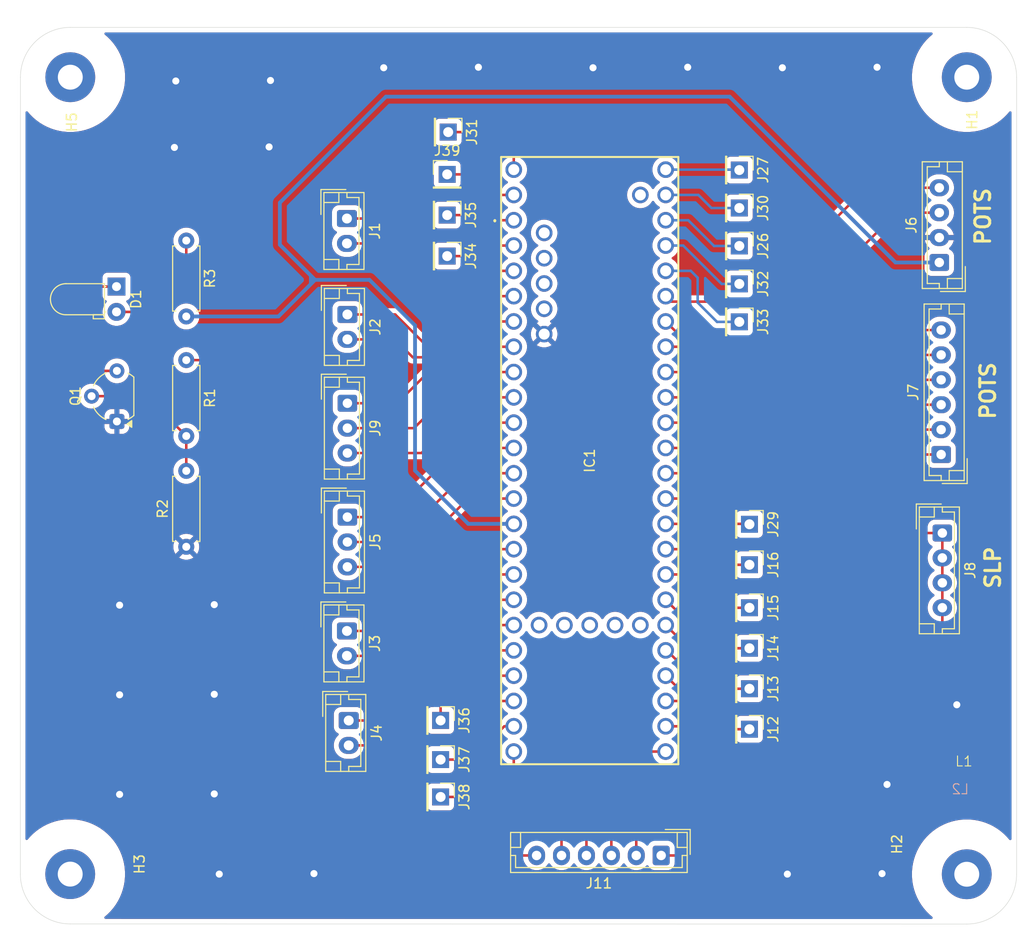
<source format=kicad_pcb>
(kicad_pcb (version 20241229) (generator "pcbnew") (generator_version "9.0")
  (layers (0 "F.Cu" signal) (2 "B.Cu" power) (13 "F.Paste" user) (15 "B.Paste" user) (5 "F.SilkS" user "F.Silkscreen") (7 "B.SilkS" user "B.Silkscreen") (1 "F.Mask" user) (3 "B.Mask" user) (25 "Edge.Cuts" user))
  (net 0 "")
  (net 1 "Net-(D1-K)")
  (net 2 "Net-(D1-A)")
  (net 3 "GND")
  (net 4 "Net-(IC1-A10)")
  (net 5 "Net-(IC1-A11)")
  (net 6 "Net-(IC1-RX2)")
  (net 7 "Net-(IC1-A13)")
  (net 8 "Net-(Q1-Pad2)")
  (net 9 "Net-(IC1-RX1)")
  (net 10 "Net-(IC1-IN2)")
  (net 11 "3V3")
  (net 12 "Net-(IC1-LRCLK2)")
  (net 13 "Net-(IC1-TX8)")
  (net 14 "Net-(IC1-A12)")
  (net 15 "Net-(IC1-CS_2)")
  (net 16 "Net-(IC1-RX8)")
  (net 17 "Net-(IC1-MOSI)")
  (net 18 "Net-(IC1-CS_1)")
  (net 19 "Net-(IC1-CTX3)")
  (net 20 "Net-(IC1-OUT1C)")
  (net 21 "Net-(IC1-MCLK2)")
  (net 22 "Net-(IC1-OUT1B)")
  (net 23 "Net-(IC1-MISO)")
  (net 24 "Net-(IC1-BCLK2)")
  (net 25 "Net-(IC1-OUT1D)")
  (net 26 "Net-(IC1-TX2)")
  (net 27 "Net-(IC1-ON{slash}OFF)")
  (net 28 "Net-(IC1-D-)")
  (net 29 "Net-(IC1-TX7)")
  (net 30 "Net-(IC1-3.3V_2)")
  (net 31 "Net-(IC1-VUSB)")
  (net 32 "Net-(IC1-GND_4)")
  (net 33 "Net-(IC1-PROGRAM)")
  (net 34 "Net-(IC1-A8)")
  (net 35 "Net-(IC1-A9)")
  (net 36 "Net-(IC1-CRX3)")
  (net 37 "Net-(IC1-VIN_(3.6_TO_5.5_VOLTS))")
  (net 38 "Net-(IC1-A14)")
  (net 39 "Net-(IC1-A17)")
  (net 40 "Net-(IC1-D+)")
  (net 41 "Net-(IC1-+5V)")
  (net 42 "Net-(IC1-CS_3)")
  (net 43 "Net-(IC1-GND_5)")
  (net 44 "Net-(IC1-GND_1)")
  (net 45 "Net-(IC1-GND_6)")
  (net 46 "Net-(IC1-GND_3)")
  (net 47 "Net-(IC1-RX7)")
  (net 48 "Net-(IC1-OUT2)")
  (net 49 "Net-(IC1-A16)")
  (net 50 "Net-(IC1-A15)")
  (net 51 "Net-(IC1-3.3V_(250_M_A_MAX))")
  (net 52 "Net-(IC1-TX1)")
  (net 53 "Net-(IC1-VBAT)")
  (net 54 "Net-(IC1-A7)")
  (net 55 "SLP")
  (net 56 "Net-(IC1-A0)")
  (net 57 "Net-(IC1-A5)")
  (net 58 "Net-(IC1-A2)")
  (net 59 "Net-(IC1-A4)")
  (net 60 "Net-(IC1-A6)")
  (net 61 "Net-(IC1-A1)")
  (net 62 "Net-(IC1-A3)")
  (footprint "Connector_JST:JST_EH_B2B-EH-A_1x02_P2.50mm_Vertical" (layer "F.Cu") (at 130.81 82.59 -90)
    (property "Reference" "J3" (at 1.25 -2.8 90) (layer "F.SilkS"))
    (property "Value" "Conn_01x02_Pin")
    (pad "1" thru_hole roundrect (at 0 0 270) (size 1.7 2) (drill 1) (layers "*.Cu" "*.Mask") (roundrect_rratio 0.147059) (net 4 "Net-(IC1-A10)"))
    (pad "2" thru_hole oval (at 2.5 0 270) (size 1.7 2) (drill 1) (layers "*.Cu" "*.Mask") (net 5 "Net-(IC1-A11)"))
  )
  (footprint "LED_THT:LED_D3.0mm_Horizontal_O1.27mm_Z6.0mm" (layer "F.Cu") (at 107.69 48.02 -90)
    (property "Reference" "D1" (at 1.27 -1.96 90) (layer "F.SilkS"))
    (property "Value" "LED")
    (pad "1" thru_hole rect (at 0 0 270) (size 1.8 1.8) (drill 0.9) (layers "*.Cu" "*.Mask") (net 1 "Net-(D1-K)"))
    (pad "2" thru_hole circle (at 2.54 0 270) (size 1.8 1.8) (drill 0.9) (layers "*.Cu" "*.Mask") (net 2 "Net-(D1-A)"))
  )
  (footprint "Connector_PinHeader_2.54mm:PinHeader_1x01_P2.54mm_Vertical" (layer "F.Cu") (at 171.196 92.456 -90)
    (property "Reference" "J12" (at 0 -2.38 90) (layer "F.SilkS"))
    (property "Value" "Conn_01x01_Pin")
    (pad "1" thru_hole rect (at 0 0 270) (size 1.7 1.7) (drill 1) (layers "*.Cu" "*.Mask") (net 42 "Net-(IC1-CS_3)"))
  )
  (footprint "Connector_PinHeader_2.54mm:PinHeader_1x01_P2.54mm_Vertical" (layer "F.Cu") (at 140.8684 36.7538)
    (property "Reference" "J39" (at 0 -2.38 0) (layer "F.SilkS"))
    (property "Value" "Conn_01x01_Pin")
    (pad "1" thru_hole rect (at 0 0) (size 1.7 1.7) (drill 1) (layers "*.Cu" "*.Mask") (net 9 "Net-(IC1-RX1)"))
  )
  (footprint "Connector_PinHeader_2.54mm:PinHeader_1x01_P2.54mm_Vertical" (layer "F.Cu") (at 170.18 36.322 -90)
    (property "Reference" "J27" (at 0 -2.38 90) (layer "F.SilkS"))
    (property "Value" "Conn_01x01_Pin")
    (pad "1" thru_hole rect (at 0 0 270) (size 1.7 1.7) (drill 1) (layers "*.Cu" "*.Mask") (net 37 "Net-(IC1-VIN_(3.6_TO_5.5_VOLTS))"))
  )
  (footprint "Package_TO_SOT_THT:TO-92L_Wide" (layer "F.Cu") (at 107.73 61.56 90)
    (property "Reference" "Q1" (at 2.55 -4.15 90) (layer "F.SilkS"))
    (property "Value" "2N3904")
    (pad "1" thru_hole roundrect (at 0 0 90) (size 1.5 1.5) (drill 0.8) (layers "*.Cu" "*.Mask") (roundrect_rratio 0.1666666667) (net 3 "GND"))
    (pad "2" thru_hole circle (at 2.54 -2.54 90) (size 1.5 1.5) (drill 0.8) (layers "*.Cu" "*.Mask") (net 8 "Net-(Q1-Pad2)"))
    (pad "3" thru_hole circle (at 5.08 0 90) (size 1.5 1.5) (drill 0.8) (layers "*.Cu" "*.Mask") (net 1 "Net-(D1-K)"))
  )
  (footprint "Connector_JST:JST_EH_B3B-EH-A_1x03_P2.50mm_Vertical" (layer "F.Cu") (at 130.856 59.73 -90)
    (property "Reference" "J9" (at 2.5 -2.8 90) (layer "F.SilkS"))
    (property "Value" "Conn_01x03_Pin")
    (pad "1" thru_hole roundrect (at 0 0 270) (size 1.7 1.95) (drill 0.95) (layers "*.Cu" "*.Mask") (roundrect_rratio 0.147059) (net 6 "Net-(IC1-RX2)"))
    (pad "2" thru_hole oval (at 2.5 0 270) (size 1.7 1.95) (drill 0.95) (layers "*.Cu" "*.Mask") (net 26 "Net-(IC1-TX2)"))
    (pad "3" thru_hole oval (at 5 0 270) (size 1.7 1.95) (drill 0.95) (layers "*.Cu" "*.Mask") (net 20 "Net-(IC1-OUT1C)"))
  )
  (footprint "Connector_JST:JST_EH_B2B-EH-A_1x02_P2.50mm_Vertical" (layer "F.Cu") (at 130.81 41.188 -90)
    (property "Reference" "J1" (at 1.25 -2.8 90) (layer "F.SilkS"))
    (property "Value" "Conn_01x02_Pin")
    (pad "1" thru_hole roundrect (at 0 0 270) (size 1.7 2) (drill 1) (layers "*.Cu" "*.Mask") (roundrect_rratio 0.147059) (net 12 "Net-(IC1-LRCLK2)"))
    (pad "2" thru_hole oval (at 2.5 0 270) (size 1.7 2) (drill 1) (layers "*.Cu" "*.Mask") (net 24 "Net-(IC1-BCLK2)"))
  )
  (footprint "Connector_PinHeader_2.54mm:PinHeader_1x01_P2.54mm_Vertical" (layer "F.Cu") (at 171.196 88.392 -90)
    (property "Reference" "J13" (at 0 -2.38 90) (layer "F.SilkS"))
    (property "Value" "Conn_01x01_Pin")
    (pad "1" thru_hole rect (at 0 0 270) (size 1.7 1.7) (drill 1) (layers "*.Cu" "*.Mask") (net 38 "Net-(IC1-A14)"))
  )
  (footprint "Connector_JST:JST_EH_B6B-EH-A_1x06_P2.50mm_Vertical" (layer "F.Cu") (at 190.43 64.88 90)
    (property "Reference" "J7" (at 6.25 -2.8 90) (layer "F.SilkS"))
    (property "Value" "Conn_01x06_Pin")
    (pad "1" thru_hole roundrect (at 0 0 90) (size 1.7 1.95) (drill 0.95) (layers "*.Cu" "*.Mask") (roundrect_rratio 0.147059) (net 56 "Net-(IC1-A0)"))
    (pad "2" thru_hole oval (at 2.5 0 90) (size 1.7 1.95) (drill 0.95) (layers "*.Cu" "*.Mask") (net 61 "Net-(IC1-A1)"))
    (pad "3" thru_hole oval (at 5 0 90) (size 1.7 1.95) (drill 0.95) (layers "*.Cu" "*.Mask") (net 58 "Net-(IC1-A2)"))
    (pad "4" thru_hole oval (at 7.5 0 90) (size 1.7 1.95) (drill 0.95) (layers "*.Cu" "*.Mask") (net 62 "Net-(IC1-A3)"))
    (pad "5" thru_hole oval (at 10 0 90) (size 1.7 1.95) (drill 0.95) (layers "*.Cu" "*.Mask") (net 59 "Net-(IC1-A4)"))
    (pad "6" thru_hole oval (at 12.5 0 90) (size 1.7 1.95) (drill 0.95) (layers "*.Cu" "*.Mask") (net 57 "Net-(IC1-A5)"))
  )
  (footprint "Resistor_THT:R_Axial_DIN0207_L6.3mm_D2.5mm_P7.62mm_Horizontal" (layer "F.Cu") (at 114.69 55.4 -90)
    (property "Reference" "R1" (at 3.81 -2.37 90) (layer "F.SilkS"))
    (property "Value" "10K")
    (pad "1" thru_hole circle (at 0 0 270) (size 1.6 1.6) (drill 0.8) (layers "*.Cu" "*.Mask") (net 55 "SLP"))
    (pad "2" thru_hole circle (at 7.62 0 270) (size 1.6 1.6) (drill 0.8) (layers "*.Cu" "*.Mask") (net 8 "Net-(Q1-Pad2)"))
  )
  (footprint "Connector_PinHeader_2.54mm:PinHeader_1x01_P2.54mm_Vertical" (layer "F.Cu") (at 140.8684 44.958 -90)
    (property "Reference" "J34" (at 0 -2.38 90) (layer "F.SilkS"))
    (property "Value" "Conn_01x01_Pin")
    (pad "1" thru_hole rect (at 0 0 270) (size 1.7 1.7) (drill 1) (layers "*.Cu" "*.Mask") (net 48 "Net-(IC1-OUT2)"))
  )
  (footprint "Connector_PinHeader_2.54mm:PinHeader_1x01_P2.54mm_Vertical" (layer "F.Cu") (at 170.18 47.752 -90)
    (property "Reference" "J32" (at 0 -2.38 90) (layer "F.SilkS"))
    (property "Value" "Conn_01x01_Pin")
    (pad "1" thru_hole rect (at 0 0 270) (size 1.7 1.7) (drill 1) (layers "*.Cu" "*.Mask") (net 35 "Net-(IC1-A9)"))
  )
  (footprint "MountingHole:MountingHole_2.5mm_Pad_TopBottom" (layer "F.Cu") (at 103.0527 27 -90)
    (property "Reference" "H5" (at 4.52 -0.156 90) (layer "F.SilkS"))
    (property "Value" "MountingHole")
    (pad "1" thru_hole circle (at 0 0 270) (size 2.9 2.9) (drill 2.5) (layers "*.Cu" "*.Mask"))
    (pad "1" connect circle (at 0 0 270) (size 5 5) (layers "F.Cu" "F.Mask"))
    (pad "1" connect circle (at 0 0 270) (size 5 5) (layers "B.Cu" "B.Mask"))
  )
  (footprint "Connector_JST:JST_EH_B2B-EH-A_1x02_P2.50mm_Vertical" (layer "F.Cu") (at 130.99 91.58 -90)
    (property "Reference" "J4" (at 1.25 -2.8 90) (layer "F.SilkS"))
    (property "Value" "Conn_01x02_Pin")
    (pad "1" thru_hole roundrect (at 0 0 270) (size 1.7 2) (drill 1) (layers "*.Cu" "*.Mask") (roundrect_rratio 0.147059) (net 14 "Net-(IC1-A12)"))
    (pad "2" thru_hole oval (at 2.5 0 270) (size 1.7 2) (drill 1) (layers "*.Cu" "*.Mask") (net 7 "Net-(IC1-A13)"))
  )
  (footprint "Connector_PinHeader_2.54mm:PinHeader_1x01_P2.54mm_Vertical" (layer "F.Cu") (at 140.208 91.574 -90)
    (property "Reference" "J36" (at 0 -2.38 90) (layer "F.SilkS"))
    (property "Value" "Conn_01x01_Pin")
    (pad "1" thru_hole rect (at 0 0 270) (size 1.7 1.7) (drill 1) (layers "*.Cu" "*.Mask") (net 47 "Net-(IC1-RX7)"))
  )
  (footprint "Connector_JST:JST_EH_B6B-EH-A_1x06_P2.50mm_Vertical" (layer "F.Cu") (at 162.34 105.13 180)
    (property "Reference" "J11" (at 6.25 -2.8 0) (layer "F.SilkS"))
    (property "Value" "Conn_01x06_Pin")
    (pad "1" thru_hole roundrect (at 0 0 180) (size 1.7 1.95) (drill 0.95) (layers "*.Cu" "*.Mask") (roundrect_rratio 0.147059) (net 15 "Net-(IC1-CS_2)"))
    (pad "2" thru_hole oval (at 2.5 0 180) (size 1.7 1.95) (drill 0.95) (layers "*.Cu" "*.Mask") (net 13 "Net-(IC1-TX8)"))
    (pad "3" thru_hole oval (at 5 0 180) (size 1.7 1.95) (drill 0.95) (layers "*.Cu" "*.Mask") (net 16 "Net-(IC1-RX8)"))
    (pad "4" thru_hole oval (at 7.5 0 180) (size 1.7 1.95) (drill 0.95) (layers "*.Cu" "*.Mask") (net 21 "Net-(IC1-MCLK2)"))
    (pad "5" thru_hole oval (at 10 0 180) (size 1.7 1.95) (drill 0.95) (layers "*.Cu" "*.Mask") (net 22 "Net-(IC1-OUT1B)"))
    (pad "6" thru_hole oval (at 12.5 0 180) (size 1.7 1.95) (drill 0.95) (layers "*.Cu" "*.Mask") (net 19 "Net-(IC1-CTX3)"))
  )
  (footprint "Connector_PinHeader_2.54mm:PinHeader_1x01_P2.54mm_Vertical" (layer "F.Cu") (at 171.196 80.264 -90)
    (property "Reference" "J15" (at 0 -2.38 90) (layer "F.SilkS"))
    (property "Value" "Conn_01x01_Pin")
    (pad "1" thru_hole rect (at 0 0 270) (size 1.7 1.7) (drill 1) (layers "*.Cu" "*.Mask") (net 49 "Net-(IC1-A16)"))
  )
  (footprint "MountingHole:MountingHole_2.5mm_Pad_TopBottom" (layer "F.Cu") (at 193 27 -90)
    (property "Reference" "H1" (at 4.276277 -0.544861 90) (layer "F.SilkS"))
    (property "Value" "MountingHole")
    (pad "1" thru_hole circle (at 0 0 270) (size 2.9 2.9) (drill 2.5) (layers "*.Cu" "*.Mask"))
    (pad "1" connect circle (at 0 0 270) (size 5 5) (layers "F.Cu" "F.Mask"))
    (pad "1" connect circle (at 0 0 270) (size 5 5) (layers "B.Cu" "B.Mask"))
  )
  (footprint "Connector_PinHeader_2.54mm:PinHeader_1x01_P2.54mm_Vertical" (layer "F.Cu") (at 140.208 99.254 -90)
    (property "Reference" "J38" (at 0 -2.38 90) (layer "F.SilkS"))
    (property "Value" "Conn_01x01_Pin")
    (pad "1" thru_hole rect (at 0 0 270) (size 1.7 1.7) (drill 1) (layers "*.Cu" "*.Mask") (net 36 "Net-(IC1-CRX3)"))
  )
  (footprint "Connector_PinHeader_2.54mm:PinHeader_1x01_P2.54mm_Vertical" (layer "F.Cu") (at 170.18 40.132 -90)
    (property "Reference" "J30" (at 0 -2.38 90) (layer "F.SilkS"))
    (property "Value" "Conn_01x01_Pin")
    (pad "1" thru_hole rect (at 0 0 270) (size 1.7 1.7) (drill 1) (layers "*.Cu" "*.Mask") (net 43 "Net-(IC1-GND_5)"))
  )
  (footprint "Connector_PinHeader_2.54mm:PinHeader_1x01_P2.54mm_Vertical" (layer "F.Cu") (at 170.18 51.562 -90)
    (property "Reference" "J33" (at 0 -2.38 90) (layer "F.SilkS"))
    (property "Value" "Conn_01x01_Pin")
    (pad "1" thru_hole rect (at 0 0 270) (size 1.7 1.7) (drill 1) (layers "*.Cu" "*.Mask") (net 34 "Net-(IC1-A8)"))
  )
  (footprint "Connector_JST:JST_EH_B4B-EH-A_1x04_P2.50mm_Vertical" (layer "F.Cu") (at 190.55 72.76 -90)
    (property "Reference" "J8" (at 3.75 -2.8 90) (layer "F.SilkS"))
    (property "Value" "Conn_01x04_Pin")
    (pad "1" thru_hole roundrect (at 0 0 270) (size 1.7 1.95) (drill 0.95) (layers "*.Cu" "*.Mask") (roundrect_rratio 0.147059) (net 55 "SLP"))
    (pad "2" thru_hole oval (at 2.5 0 270) (size 1.7 1.95) (drill 0.95) (layers "*.Cu" "*.Mask") (net 55 "SLP"))
    (pad "3" thru_hole oval (at 5 0 270) (size 1.7 1.95) (drill 0.95) (layers "*.Cu" "*.Mask") (net 55 "SLP"))
    (pad "4" thru_hole oval (at 7.5 0 270) (size 1.7 1.95) (drill 0.95) (layers "*.Cu" "*.Mask") (net 55 "SLP"))
  )
  (footprint "Connector_JST:JST_EH_B4B-EH-A_1x04_P2.50mm_Vertical" (layer "F.Cu") (at 190.246 45.6 90)
    (property "Reference" "J6" (at 3.75 -2.8 90) (layer "F.SilkS"))
    (property "Value" "Conn_01x04_Pin")
    (pad "1" thru_hole roundrect (at 0 0 90) (size 1.7 1.95) (drill 0.95) (layers "*.Cu" "*.Mask") (roundrect_rratio 0.147059) (net 11 "3V3"))
    (pad "2" thru_hole oval (at 2.5 0 90) (size 1.7 1.95) (drill 0.95) (layers "*.Cu" "*.Mask") (net 3 "GND"))
    (pad "3" thru_hole oval (at 5 0 90) (size 1.7 1.95) (drill 0.95) (layers "*.Cu" "*.Mask") (net 60 "Net-(IC1-A6)"))
    (pad "4" thru_hole oval (at 7.5 0 90) (size 1.7 1.95) (drill 0.95) (layers "*.Cu" "*.Mask") (net 54 "Net-(IC1-A7)"))
  )
  (footprint "Connector_PinHeader_2.54mm:PinHeader_1x01_P2.54mm_Vertical" (layer "F.Cu") (at 140.97 32.512 -90)
    (property "Reference" "J31" (at 0 -2.38 90) (layer "F.SilkS"))
    (property "Value" "Conn_01x01_Pin")
    (pad "1" thru_hole rect (at 0 0 270) (size 1.7 1.7) (drill 1) (layers "*.Cu" "*.Mask") (net 45 "Net-(IC1-GND_6)"))
  )
  (footprint "MountingHole:MountingHole_2.5mm_Pad_TopBottom" (layer "F.Cu") (at 193 107.014 -90)
    (property "Reference" "H2" (at -3.014 7 90) (layer "F.SilkS"))
    (property "Value" "MountingHole")
    (pad "1" thru_hole circle (at 0 0 270) (size 2.9 2.9) (drill 2.5) (layers "*.Cu" "*.Mask"))
    (pad "1" connect circle (at 0 0 270) (size 5 5) (layers "F.Cu" "F.Mask"))
    (pad "1" connect circle (at 0 0 270) (size 5 5) (layers "B.Cu" "B.Mask"))
  )
  (footprint "Connector_PinHeader_2.54mm:PinHeader_1x01_P2.54mm_Vertical" (layer "F.Cu") (at 170.18 43.942 -90)
    (property "Reference" "J26" (at 0 -2.38 90) (layer "F.SilkS"))
    (property "Value" "Conn_01x01_Pin")
    (pad "1" thru_hole rect (at 0 0 270) (size 1.7 1.7) (drill 1) (layers "*.Cu" "*.Mask") (net 51 "Net-(IC1-3.3V_(250_M_A_MAX))"))
  )
  (footprint "Connector_PinHeader_2.54mm:PinHeader_1x01_P2.54mm_Vertical" (layer "F.Cu") (at 171.196 84.328 -90)
    (property "Reference" "J14" (at 0 -2.38 90) (layer "F.SilkS"))
    (property "Value" "Conn_01x01_Pin")
    (pad "1" thru_hole rect (at 0 0 270) (size 1.7 1.7) (drill 1) (layers "*.Cu" "*.Mask") (net 50 "Net-(IC1-A15)"))
  )
  (footprint "Connector_PinHeader_2.54mm:PinHeader_1x01_P2.54mm_Vertical" (layer "F.Cu") (at 140.8684 40.8432 -90)
    (property "Reference" "J35" (at 0 -2.38 90) (layer "F.SilkS"))
    (property "Value" "Conn_01x01_Pin")
    (pad "1" thru_hole rect (at 0 0 270) (size 1.7 1.7) (drill 1) (layers "*.Cu" "*.Mask") (net 52 "Net-(IC1-TX1)"))
  )
  (footprint "MountingHole:MountingHole_2.5mm_Pad_TopBottom" (layer "F.Cu") (at 103.0445 107.0007 -90)
    (property "Reference" "H3" (at -1.0007 -6.9555 90) (layer "F.SilkS"))
    (property "Value" "MountingHole")
    (pad "1" thru_hole circle (at 0 0 270) (size 2.9 2.9) (drill 2.5) (layers "*.Cu" "*.Mask"))
    (pad "1" connect circle (at 0 0 270) (size 5 5) (layers "F.Cu" "F.Mask"))
    (pad "1" connect circle (at 0 0 270) (size 5 5) (layers "B.Cu" "B.Mask"))
  )
  (footprint "Resistor_THT:R_Axial_DIN0207_L6.3mm_D2.5mm_P7.62mm_Horizontal" (layer "F.Cu") (at 114.69 74.14 90)
    (property "Reference" "R2" (at 3.81 -2.37 90) (layer "F.SilkS"))
    (property "Value" "100K")
    (pad "1" thru_hole circle (at 0 0 90) (size 1.6 1.6) (drill 0.8) (layers "*.Cu" "*.Mask") (net 3 "GND"))
    (pad "2" thru_hole circle (at 7.62 0 90) (size 1.6 1.6) (drill 0.8) (layers "*.Cu" "*.Mask") (net 8 "Net-(Q1-Pad2)"))
  )
  (footprint "teensy:TEENSY41" (layer "F.Cu") (at 147.55 41.36 -90)
    (property "Reference" "IC1" (at 24.13 -7.62 90) (layer "F.SilkS"))
    (property "Value" "TEENSY_4.1")
    (pad "1" thru_hole circle (at 0 0 270) (size 1.665 1.665) (drill 1.11) (layers "*.Cu" "*.Mask") (net 52 "Net-(IC1-TX1)"))
    (pad "2" thru_hole circle (at 2.54 0 270) (size 1.665 1.665) (drill 1.11) (layers "*.Cu" "*.Mask") (net 48 "Net-(IC1-OUT2)"))
    (pad "3" thru_hole circle (at 5.08 0 270) (size 1.665 1.665) (drill 1.11) (layers "*.Cu" "*.Mask") (net 12 "Net-(IC1-LRCLK2)"))
    (pad "4" thru_hole circle (at 7.62 0 270) (size 1.665 1.665) (drill 1.11) (layers "*.Cu" "*.Mask") (net 24 "Net-(IC1-BCLK2)"))
    (pad "5" thru_hole circle (at 10.16 0 270) (size 1.665 1.665) (drill 1.11) (layers "*.Cu" "*.Mask") (net 10 "Net-(IC1-IN2)"))
    (pad "6" thru_hole circle (at 12.7 0 270) (size 1.665 1.665) (drill 1.11) (layers "*.Cu" "*.Mask") (net 25 "Net-(IC1-OUT1D)"))
    (pad "7" thru_hole circle (at 15.24 0 270) (size 1.665 1.665) (drill 1.11) (layers "*.Cu" "*.Mask") (net 6 "Net-(IC1-RX2)"))
    (pad "8" thru_hole circle (at 17.78 0 270) (size 1.665 1.665) (drill 1.11) (layers "*.Cu" "*.Mask") (net 26 "Net-(IC1-TX2)"))
    (pad "9" thru_hole circle (at 20.32 0 270) (size 1.665 1.665) (drill 1.11) (layers "*.Cu" "*.Mask") (net 20 "Net-(IC1-OUT1C)"))
    (pad "10" thru_hole circle (at 22.86 0 270) (size 1.665 1.665) (drill 1.11) (layers "*.Cu" "*.Mask") (net 18 "Net-(IC1-CS_1)"))
    (pad "11" thru_hole circle (at 25.4 0 270) (size 1.665 1.665) (drill 1.11) (layers "*.Cu" "*.Mask") (net 17 "Net-(IC1-MOSI)"))
    (pad "12" thru_hole circle (at 27.94 0 270) (size 1.665 1.665) (drill 1.11) (layers "*.Cu" "*.Mask") (net 23 "Net-(IC1-MISO)"))
    (pad "13" thru_hole circle (at 27.94 -15.24 270) (size 1.665 1.665) (drill 1.11) (layers "*.Cu" "*.Mask") (net 55 "SLP"))
    (pad "14" thru_hole circle (at 25.4 -15.24 270) (size 1.665 1.665) (drill 1.11) (layers "*.Cu" "*.Mask") (net 56 "Net-(IC1-A0)"))
    (pad "15" thru_hole circle (at 22.86 -15.24 270) (size 1.665 1.665) (drill 1.11) (layers "*.Cu" "*.Mask") (net 61 "Net-(IC1-A1)"))
    (pad "16" thru_hole circle (at 20.32 -15.24 270) (size 1.665 1.665) (drill 1.11) (layers "*.Cu" "*.Mask") (net 58 "Net-(IC1-A2)"))
    (pad "17" thru_hole circle (at 17.78 -15.24 270) (size 1.665 1.665) (drill 1.11) (layers "*.Cu" "*.Mask") (net 62 "Net-(IC1-A3)"))
    (pad "18" thru_hole circle (at 15.24 -15.24 270) (size 1.665 1.665) (drill 1.11) (layers "*.Cu" "*.Mask") (net 59 "Net-(IC1-A4)"))
    (pad "19" thru_hole circle (at 12.7 -15.24 270) (size 1.665 1.665) (drill 1.11) (layers "*.Cu" "*.Mask") (net 57 "Net-(IC1-A5)"))
    (pad "20" thru_hole circle (at 10.16 -15.24 270) (size 1.665 1.665) (drill 1.11) (layers "*.Cu" "*.Mask") (net 60 "Net-(IC1-A6)"))
    (pad "21" thru_hole circle (at 7.62 -15.24 270) (size 1.665 1.665) (drill 1.11) (layers "*.Cu" "*.Mask") (net 54 "Net-(IC1-A7)"))
    (pad "22" thru_hole circle (at 5.08 -15.24 270) (size 1.665 1.665) (drill 1.11) (layers "*.Cu" "*.Mask") (net 34 "Net-(IC1-A8)"))
    (pad "23" thru_hole circle (at 2.54 -15.24 270) (size 1.665 1.665) (drill 1.11) (layers "*.Cu" "*.Mask") (net 35 "Net-(IC1-A9)"))
    (pad "24" thru_hole circle (at 33.02 0 270) (size 1.665 1.665) (drill 1.11) (layers "*.Cu" "*.Mask") (net 4 "Net-(IC1-A10)"))
    (pad "25" thru_hole circle (at 35.56 0 270) (size 1.665 1.665) (drill 1.11) (layers "*.Cu" "*.Mask") (net 5 "Net-(IC1-A11)"))
    (pad "26" thru_hole circle (at 38.1 0 270) (size 1.665 1.665) (drill 1.11) (layers "*.Cu" "*.Mask") (net 14 "Net-(IC1-A12)"))
    (pad "27" thru_hole circle (at 40.64 0 270) (size 1.665 1.665) (drill 1.11) (layers "*.Cu" "*.Mask") (net 7 "Net-(IC1-A13)"))
    (pad "28" thru_hole circle (at 43.18 0 270) (size 1.665 1.665) (drill 1.11) (layers "*.Cu" "*.Mask") (net 47 "Net-(IC1-RX7)"))
    (pad "29" thru_hole circle (at 45.72 0 270) (size 1.665 1.665) (drill 1.11) (layers "*.Cu" "*.Mask") (net 29 "Net-(IC1-TX7)"))
    (pad "30" thru_hole circle (at 48.26 0 270) (size 1.665 1.665) (drill 1.11) (layers "*.Cu" "*.Mask") (net 36 "Net-(IC1-CRX3)"))
    (pad "31" thru_hole circle (at 50.8 0 270) (size 1.665 1.665) (drill 1.11) (layers "*.Cu" "*.Mask") (net 19 "Net-(IC1-CTX3)"))
    (pad "32" thru_hole circle (at 53.34 0 270) (size 1.665 1.665) (drill 1.11) (layers "*.Cu" "*.Mask") (net 22 "Net-(IC1-OUT1B)"))
    (pad "33" thru_hole circle (at 53.34 -15.24 270) (size 1.665 1.665) (drill 1.11) (layers "*.Cu" "*.Mask") (net 21 "Net-(IC1-MCLK2)"))
    (pad "34" thru_hole circle (at 50.8 -15.24 270) (size 1.665 1.665) (drill 1.11) (layers "*.Cu" "*.Mask") (net 16 "Net-(IC1-RX8)"))
    (pad "35" thru_hole circle (at 48.26 -15.24 270) (size 1.665 1.665) (drill 1.11) (layers "*.Cu" "*.Mask") (net 13 "Net-(IC1-TX8)"))
    (pad "36" thru_hole circle (at 45.72 -15.24 270) (size 1.665 1.665) (drill 1.11) (layers "*.Cu" "*.Mask") (net 15 "Net-(IC1-CS_2)"))
    (pad "37" thru_hole circle (at 43.18 -15.24 270) (size 1.665 1.665) (drill 1.11) (layers "*.Cu" "*.Mask") (net 42 "Net-(IC1-CS_3)"))
    (pad "38" thru_hole circle (at 40.64 -15.24 270) (size 1.665 1.665) (drill 1.11) (layers "*.Cu" "*.Mask") (net 38 "Net-(IC1-A14)"))
    (pad "39" thru_hole circle (at 38.1 -15.24 270) (size 1.665 1.665) (drill 1.11) (layers "*.Cu" "*.Mask") (net 50 "Net-(IC1-A15)"))
    (pad "40" thru_hole circle (at 35.56 -15.24 270) (size 1.665 1.665) (drill 1.11) (layers "*.Cu" "*.Mask") (net 49 "Net-(IC1-A16)"))
    (pad "41" thru_hole circle (at 33.02 -15.24 270) (size 1.665 1.665) (drill 1.11) (layers "*.Cu" "*.Mask") (net 39 "Net-(IC1-A17)"))
    (pad "42" thru_hole circle (at 30.48 0 270) (size 1.665 1.665) (drill 1.11) (layers "*.Cu" "*.Mask") (net 11 "3V3"))
    (pad "43" thru_hole circle (at 40.64 -2.54 270) (size 1.665 1.665) (drill 1.11) (layers "*.Cu" "*.Mask") (net 53 "Net-(IC1-VBAT)"))
    (pad "44" thru_hole circle (at 40.64 -5.08 270) (size 1.665 1.665) (drill 1.11) (layers "*.Cu" "*.Mask") (net 30 "Net-(IC1-3.3V_2)"))
    (pad "45" thru_hole circle (at 40.64 -7.62 270) (size 1.665 1.665) (drill 1.11) (layers "*.Cu" "*.Mask") (net 44 "Net-(IC1-GND_1)"))
    (pad "46" thru_hole circle (at 40.64 -10.16 270) (size 1.665 1.665) (drill 1.11) (layers "*.Cu" "*.Mask") (net 33 "Net-(IC1-PROGRAM)"))
    (pad "47" thru_hole circle (at 40.64 -12.7 270) (size 1.665 1.665) (drill 1.11) (layers "*.Cu" "*.Mask") (net 27 "Net-(IC1-ON{slash}OFF)"))
    (pad "48" thru_hole circle (at 11.43 -3.05 270) (size 1.665 1.665) (drill 1.11) (layers "*.Cu" "*.Mask") (net 3 "GND"))
    (pad "49" thru_hole circle (at 8.89 -3.05 270) (size 1.665 1.665) (drill 1.11) (layers "*.Cu" "*.Mask") (net 46 "Net-(IC1-GND_3)"))
    (pad "50" thru_hole circle (at 6.35 -3.05 270) (size 1.665 1.665) (drill 1.11) (layers "*.Cu" "*.Mask") (net 40 "Net-(IC1-D+)"))
    (pad "51" thru_hole circle (at 3.81 -3.05 270) (size 1.665 1.665) (drill 1.11) (layers "*.Cu" "*.Mask") (net 28 "Net-(IC1-D-)"))
    (pad "52" thru_hole circle (at 1.27 -3.05 270) (size 1.665 1.665) (drill 1.11) (layers "*.Cu" "*.Mask") (net 41 "Net-(IC1-+5V)"))
    (pad "53" thru_hole circle (at 0 -15.24 270) (size 1.665 1.665) (drill 1.11) (layers "*.Cu" "*.Mask") (net 51 "Net-(IC1-3.3V_(250_M_A_MAX))"))
    (pad "55" thru_hole circle (at -5.08 -15.24 270) (size 1.665 1.665) (drill 1.11) (layers "*.Cu" "*.Mask") (net 37 "Net-(IC1-VIN_(3.6_TO_5.5_VOLTS))"))
    (pad "57" thru_hole circle (at -2.54 0 270) (size 1.665 1.665) (drill 1.11) (layers "*.Cu" "*.Mask") (net 9 "Net-(IC1-RX1)"))
    (pad "68" thru_hole circle (at -2.54 -12.7 270) (size 1.665 1.665) (drill 1.11) (layers "*.Cu" "*.Mask") (net 31 "Net-(IC1-VUSB)"))
    (pad "69" thru_hole circle (at 30.48 -15.24 270) (size 1.665 1.665) (drill 1.11) (layers "*.Cu" "*.Mask") (net 32 "Net-(IC1-GND_4)"))
    (pad "70" thru_hole circle (at -2.54 -15.24 270) (size 1.665 1.665) (drill 1.11) (layers "*.Cu" "*.Mask") (net 43 "Net-(IC1-GND_5)"))
    (pad "71" thru_hole circle (at -5.08 0 270) (size 1.665 1.665) (drill 1.11) (layers "*.Cu" "*.Mask") (net 45 "Net-(IC1-GND_6)"))
  )
  (footprint "Connector_PinHeader_2.54mm:PinHeader_1x01_P2.54mm_Vertical" (layer "F.Cu") (at 171.196 71.882 -90)
    (property "Reference" "J29" (at 0 -2.38 90) (layer "F.SilkS"))
    (property "Value" "Conn_01x01_Pin")
    (pad "1" thru_hole rect (at 0 0 270) (size 1.7 1.7) (drill 1) (layers "*.Cu" "*.Mask") (net 32 "Net-(IC1-GND_4)"))
  )
  (footprint "Connector_PinHeader_2.54mm:PinHeader_1x01_P2.54mm_Vertical" (layer "F.Cu") (at 171.196 75.946 -90)
    (property "Reference" "J16" (at 0 -2.38 90) (layer "F.SilkS"))
    (property "Value" "Conn_01x01_Pin")
    (pad "1" thru_hole rect (at 0 0 270) (size 1.7 1.7) (drill 1) (layers "*.Cu" "*.Mask") (net 39 "Net-(IC1-A17)"))
  )
  (footprint "Resistor_THT:R_Axial_DIN0207_L6.3mm_D2.5mm_P7.62mm_Horizontal" (layer "F.Cu") (at 114.69 43.4 -90)
    (property "Reference" "R3" (at 3.81 -2.37 90) (layer "F.SilkS"))
    (property "Value" "270")
    (pad "1" thru_hole circle (at 0 0 270) (size 1.6 1.6) (drill 0.8) (layers "*.Cu" "*.Mask") (net 2 "Net-(D1-A)"))
    (pad "2" thru_hole circle (at 7.62 0 270) (size 1.6 1.6) (drill 0.8) (layers "*.Cu" "*.Mask") (net 11 "3V3"))
  )
  (footprint "Connector_PinHeader_2.54mm:PinHeader_1x01_P2.54mm_Vertical" (layer "F.Cu") (at 140.208 95.504 -90)
    (property "Reference" "J37" (at 0 -2.38 90) (layer "F.SilkS"))
    (property "Value" "Conn_01x01_Pin")
    (pad "1" thru_hole rect (at 0 0 270) (size 1.7 1.7) (drill 1) (layers "*.Cu" "*.Mask") (net 29 "Net-(IC1-TX7)"))
  )
  (footprint "Connector_JST:JST_EH_B3B-EH-A_1x03_P2.50mm_Vertical" (layer "F.Cu") (at 130.856 71.16 -90)
    (property "Reference" "J5" (at 2.5 -2.8 90) (layer "F.SilkS"))
    (property "Value" "Conn_01x03_Pin")
    (pad "1" thru_hole roundrect (at 0 0 270) (size 1.7 1.95) (drill 0.95) (layers "*.Cu" "*.Mask") (roundrect_rratio 0.147059) (net 18 "Net-(IC1-CS_1)"))
    (pad "2" thru_hole oval (at 2.5 0 270) (size 1.7 1.95) (drill 0.95) (layers "*.Cu" "*.Mask") (net 17 "Net-(IC1-MOSI)"))
    (pad "3" thru_hole oval (at 5 0 270) (size 1.7 1.95) (drill 0.95) (layers "*.Cu" "*.Mask") (net 23 "Net-(IC1-MISO)"))
  )
  (footprint "Connector_JST:JST_EH_B2B-EH-A_1x02_P2.50mm_Vertical" (layer "F.Cu") (at 130.856 50.82 -90)
    (property "Reference" "J2" (at 1.25 -2.8 90) (layer "F.SilkS"))
    (property "Value" "Conn_01x02_Pin")
    (pad "1" thru_hole roundrect (at 0 0 270) (size 1.7 2) (drill 1) (layers "*.Cu" "*.Mask") (roundrect_rratio 0.147059) (net 10 "Net-(IC1-IN2)"))
    (pad "2" thru_hole oval (at 2.5 0 270) (size 1.7 2) (drill 1) (layers "*.Cu" "*.Mask") (net 25 "Net-(IC1-OUT1D)"))
  )
  (gr_poly (pts (xy 127.1016 47.8536) (xy 127.6096 47.3456) (xy 127.6096 47.244) (xy 127.1016 46.736) (xy 127.1016 47.1424)) (stroke (width 0.2)) (fill yes) (layer "B.Cu") (net 11))
  (gr_line (start 193 112.014) (end 103.043775 112.000737) (stroke (width 0.05)) (layer "Edge.Cuts"))
  (gr_line (start 103.052702 22) (end 193 22) (stroke (width 0.05)) (layer "Edge.Cuts"))
  (gr_arc (start 198 107.014) (mid 196.535534 110.549534) (end 193 112.014) (stroke (width 0.05)) (layer "Edge.Cuts"))
  (gr_line (start 98.044512 107.000225) (end 98.052702 26.999476) (stroke (width 0.05)) (layer "Edge.Cuts"))
  (gr_line (start 198 27) (end 198 107.014) (stroke (width 0.05)) (layer "Edge.Cuts"))
  (gr_arc (start 193 22) (mid 196.535534 23.464466) (end 198 27) (stroke (width 0.05)) (layer "Edge.Cuts"))
  (gr_arc (start 98.052702 26.999476) (mid 99.517353 23.464281) (end 103.052702 22) (stroke (width 0.05)) (layer "Edge.Cuts"))
  (gr_arc (start 103.043775 112.000737) (mid 99.508536 110.535829) (end 98.044512 107.000225) (stroke (width 0.05)) (layer "Edge.Cuts"))
  (gr_text "POTS\n" (at 196 61.5 90) (layer "F.SilkS") (effects (font (size 1.5 1.5) (thickness 0.3) (bold yes)) (justify left bottom)))
  (gr_text "POTS\n" (at 195.5 44 90) (layer "F.SilkS") (effects (font (size 1.5 1.5) (thickness 0.3) (bold yes)) (justify left bottom)))
  (gr_text "L1" (at 191.77 96.266 0) (layer "F.SilkS") (effects (font (size 1 1) (thickness 0.1)) (justify left bottom)))
  (gr_text "SLP" (at 196.5 78.5 90) (layer "F.SilkS") (effects (font (size 1.5 1.5) (thickness 0.3) (bold yes)) (justify left bottom)))
  (gr_text "L2\n" (at 193.294 99.06 0) (layer "B.SilkS") (effects (font (size 1 1) (thickness 0.1)) (justify left bottom mirror)))
  (segment (start 104.8416 56.48) (end 103.4288 55.0672) (width 0.254) (layer "F.Cu") (net 1))
  (segment (start 103.4288 55.0672) (end 103.4288 49.3268) (width 0.254) (layer "F.Cu") (net 1))
  (segment (start 107.73 56.48) (end 104.8416 56.48) (width 0.254) (layer "F.Cu") (net 1))
  (segment (start 103.4288 49.3268) (end 104.7356 48.02) (width 0.254) (layer "F.Cu") (net 1))
  (segment (start 104.7356 48.02) (end 107.69 48.02) (width 0.254) (layer "F.Cu") (net 1))
  (segment (start 114.69 45.58) (end 114.69 43.4) (width 0.254) (layer "F.Cu") (net 2))
  (segment (start 109.71 50.56) (end 114.69 45.58) (width 0.254) (layer "F.Cu") (net 2))
  (segment (start 107.69 50.56) (end 109.71 50.56) (width 0.254) (layer "F.Cu") (net 2))
  (via (at 174.5004 26.0508) (size 1.27) (drill 0.711) (layers "F.Cu" "B.Cu") (net 3))
  (via (at 165 26) (size 1.27) (drill 0.711) (layers "F.Cu" "B.Cu") (net 3))
  (via (at 144 26) (size 1.27) (drill 0.711) (layers "F.Cu" "B.Cu") (net 3))
  (via (at 123 34) (size 1.27) (drill 0.711) (layers "F.Cu" "B.Cu") (net 3))
  (via (at 127.4996 106.9492) (size 1.27) (drill 0.711) (layers "F.Cu" "B.Cu") (net 3))
  (via (at 155.5004 26.0508) (size 1.27) (drill 0.711) (layers "F.Cu" "B.Cu") (net 3))
  (via (at 192 90) (size 1.27) (drill 0.711) (layers "F.Cu" "B.Cu") (net 3))
  (via (at 184.4996 106.9492) (size 1.27) (drill 0.711) (layers "F.Cu" "B.Cu") (net 3))
  (via (at 108 89) (size 1.27) (drill 0.711) (layers "F.Cu" "B.Cu") (net 3))
  (via (at 108 99) (size 1.27) (drill 0.711) (layers "F.Cu" "B.Cu") (net 3))
  (via (at 185 98) (size 1.27) (drill 0.711) (layers "F.Cu" "B.Cu") (net 3))
  (via (at 134.5004 26.0508) (size 1.27) (drill 0.711) (layers "F.Cu" "B.Cu") (net 3))
  (via (at 175 107) (size 1.27) (drill 0.711) (layers "F.Cu" "B.Cu") (net 3))
  (via (at 117.4996 98.9492) (size 1.27) (drill 0.711) (layers "F.Cu" "B.Cu") (net 3))
  (via (at 123.1392 27.3304) (size 1.27) (drill 0.711) (layers "F.Cu" "B.Cu") (net 3))
  (via (at 113.6396 27.3812) (size 1.27) (drill 0.711) (layers "F.Cu" "B.Cu") (net 3))
  (via (at 117.4996 88.9492) (size 1.27) (drill 0.711) (layers "F.Cu" "B.Cu") (net 3))
  (via (at 184 26) (size 1.27) (drill 0.711) (layers "F.Cu" "B.Cu") (net 3))
  (via (at 113.5004 34.0508) (size 1.27) (drill 0.711) (layers "F.Cu" "B.Cu") (net 3))
  (via (at 117.4996 79.9492) (size 1.27) (drill 0.711) (layers "F.Cu" "B.Cu") (net 3))
  (via (at 118 107) (size 1.27) (drill 0.711) (layers "F.Cu" "B.Cu") (net 3))
  (via (at 108 80) (size 1.27) (drill 0.711) (layers "F.Cu" "B.Cu") (net 3))
  (segment (start 130.81 82.59) (end 137.12 82.59) (width 0.254) (layer "F.Cu") (net 4))
  (segment (start 137.12 82.59) (end 145.33 74.38) (width 0.254) (layer "F.Cu") (net 4))
  (segment (start 145.33 74.38) (end 147.55 74.38) (width 0.254) (layer "F.Cu") (net 4))
  (segment (start 145.076 76.92) (end 136.906 85.09) (width 0.254) (layer "F.Cu") (net 5))
  (segment (start 136.906 85.09) (end 130.81 85.09) (width 0.254) (layer "F.Cu") (net 5))
  (segment (start 147.55 76.92) (end 145.076 76.92) (width 0.254) (layer "F.Cu") (net 5))
  (segment (start 135.856 59.73) (end 138.986 56.6) (width 0.254) (layer "F.Cu") (net 6))
  (segment (start 130.856 59.73) (end 135.856 59.73) (width 0.254) (layer "F.Cu") (net 6))
  (segment (start 138.986 56.6) (end 147.55 56.6) (width 0.254) (layer "F.Cu") (net 6))
  (segment (start 132.996 94.08) (end 145.076 82) (width 0.254) (layer "F.Cu") (net 7))
  (segment (start 130.99 94.08) (end 132.996 94.08) (width 0.254) (layer "F.Cu") (net 7))
  (segment (start 145.076 82) (end 147.55 82) (width 0.254) (layer "F.Cu") (net 7))
  (segment (start 105.19 59.02) (end 110.69 59.02) (width 0.254) (layer "F.Cu") (net 8))
  (segment (start 114.69 66.52) (end 114.69 63.02) (width 0.254) (layer "F.Cu") (net 8))
  (segment (start 110.69 59.02) (end 114.69 63.02) (width 0.254) (layer "F.Cu") (net 8))
  (segment (start 143.002 36.7538) (end 145.0682 38.82) (width 0.254) (layer "F.Cu") (net 9))
  (segment (start 140.8684 36.7538) (end 143.002 36.7538) (width 0.254) (layer "F.Cu") (net 9))
  (segment (start 145.0682 38.82) (end 147.55 38.82) (width 0.254) (layer "F.Cu") (net 9))
  (segment (start 145.584 51.52) (end 147.55 51.52) (width 0.254) (layer "F.Cu") (net 10))
  (segment (start 130.856 50.82) (end 135.656 50.82) (width 0.254) (layer "F.Cu") (net 10))
  (segment (start 135.656 50.82) (end 138.43 53.594) (width 0.254) (layer "F.Cu") (net 10))
  (segment (start 143.51 53.594) (end 145.584 51.52) (width 0.254) (layer "F.Cu") (net 10))
  (segment (start 138.43 53.594) (end 143.51 53.594) (width 0.254) (layer "F.Cu") (net 10))
  (segment (start 169.206 28.956) (end 185.85 45.6) (width 0.381) (layer "B.Cu") (net 11))
  (segment (start 137.6426 51.9176) (end 137.6426 66.4972) (width 0.381) (layer "B.Cu") (net 11))
  (segment (start 124.079 39.5986) (end 134.7216 28.956) (width 0.381) (layer "B.Cu") (net 11))
  (segment (start 134.7216 28.956) (end 169.206 28.956) (width 0.381) (layer "B.Cu") (net 11))
  (segment (start 137.6426 66.4972) (end 142.9854 71.84) (width 0.381) (layer "B.Cu") (net 11))
  (segment (start 127.6096 47.3456) (end 133.0706 47.3456) (width 0.381) (layer "B.Cu") (net 11))
  (segment (start 127.6096 47.3456) (end 124.079 43.815) (width 0.381) (layer "B.Cu") (net 11))
  (segment (start 124.079 43.815) (end 124.079 39.5986) (width 0.381) (layer "B.Cu") (net 11))
  (segment (start 123.9352 51.02) (end 127.6096 47.3456) (width 0.381) (layer "B.Cu") (net 11))
  (segment (start 185.85 45.6) (end 190.246 45.6) (width 0.381) (layer "B.Cu") (net 11))
  (segment (start 133.0706 47.3456) (end 137.6426 51.9176) (width 0.381) (layer "B.Cu") (net 11))
  (segment (start 114.69 51.02) (end 123.9352 51.02) (width 0.381) (layer "B.Cu") (net 11))
  (segment (start 142.9854 71.84) (end 147.55 71.84) (width 0.381) (layer "B.Cu") (net 11))
  (segment (start 130.81 41.188) (end 135.803 41.188) (width 0.254) (layer "F.Cu") (net 12))
  (segment (start 145.3984 46.44) (end 147.55 46.44) (width 0.254) (layer "F.Cu") (net 12))
  (segment (start 135.803 41.188) (end 137.6172 43.0022) (width 0.254) (layer "F.Cu") (net 12))
  (segment (start 138.8618 47.7774) (end 144.0434 47.7774) (width 0.254) (layer "F.Cu") (net 12))
  (segment (start 137.6172 43.0022) (end 137.6172 46.5328) (width 0.254) (layer "F.Cu") (net 12))
  (segment (start 144.0434 47.7774) (end 145.3896 46.4312) (width 0.254) (layer "F.Cu") (net 12))
  (segment (start 145.3896 46.4312) (end 145.3984 46.44) (width 0.254) (layer "F.Cu") (net 12))
  (segment (start 137.6172 46.5328) (end 138.8618 47.7774) (width 0.254) (layer "F.Cu") (net 12))
  (segment (start 165.608 100.584) (end 164.846 101.346) (width 0.254) (layer "F.Cu") (net 13))
  (segment (start 164.846 101.346) (end 160.528 101.346) (width 0.254) (layer "F.Cu") (net 13))
  (segment (start 165.608 90.932) (end 165.608 100.584) (width 0.254) (layer "F.Cu") (net 13))
  (segment (start 164.296 89.62) (end 165.608 90.932) (width 0.254) (layer "F.Cu") (net 13))
  (segment (start 162.79 89.62) (end 164.296 89.62) (width 0.254) (layer "F.Cu") (net 13))
  (segment (start 160.528 101.346) (end 159.84 102.034) (width 0.254) (layer "F.Cu") (net 13))
  (segment (start 159.84 102.034) (end 159.84 105.13) (width 0.254) (layer "F.Cu") (net 13))
  (segment (start 145.076 79.46) (end 147.55 79.46) (width 0.254) (layer "F.Cu") (net 14))
  (segment (start 130.99 91.58) (end 132.956 91.58) (width 0.254) (layer "F.Cu") (net 14))
  (segment (start 132.956 91.58) (end 145.076 79.46) (width 0.254) (layer "F.Cu") (net 14))
  (segment (start 166.37 103.4) (end 164.64 105.13) (width 0.254) (layer "F.Cu") (net 15))
  (segment (start 164.64 105.13) (end 162.34 105.13) (width 0.254) (layer "F.Cu") (net 15))
  (segment (start 166.37 90.66) (end 166.37 103.4) (width 0.254) (layer "F.Cu") (net 15))
  (segment (start 162.79 87.08) (end 166.37 90.66) (width 0.254) (layer "F.Cu") (net 15))
  (segment (start 160.274 100.076) (end 157.34 103.01) (width 0.254) (layer "F.Cu") (net 16))
  (segment (start 164.55 92.16) (end 164.846 92.456) (width 0.254) (layer "F.Cu") (net 16))
  (segment (start 157.34 103.01) (end 157.34 105.13) (width 0.254) (layer "F.Cu") (net 16))
  (segment (start 164.338 100.076) (end 160.274 100.076) (width 0.254) (layer "F.Cu") (net 16))
  (segment (start 164.846 92.456) (end 164.846 99.568) (width 0.254) (layer "F.Cu") (net 16))
  (segment (start 162.79 92.16) (end 164.55 92.16) (width 0.254) (layer "F.Cu") (net 16))
  (segment (start 164.846 99.568) (end 164.338 100.076) (width 0.254) (layer "F.Cu") (net 16))
  (segment (start 135.86 73.66) (end 142.76 66.76) (width 0.254) (layer "F.Cu") (net 17))
  (segment (start 130.856 73.66) (end 135.86 73.66) (width 0.254) (layer "F.Cu") (net 17))
  (segment (start 142.76 66.76) (end 147.55 66.76) (width 0.254) (layer "F.Cu") (net 17))
  (segment (start 135.11 71.16) (end 142.05 64.22) (width 0.254) (layer "F.Cu") (net 18))
  (segment (start 130.856 71.16) (end 135.11 71.16) (width 0.254) (layer "F.Cu") (net 18))
  (segment (start 142.05 64.22) (end 147.55 64.22) (width 0.254) (layer "F.Cu") (net 18))
  (segment (start 146.6 92.16) (end 145.94 92.82) (width 0.254) (layer "F.Cu") (net 19))
  (segment (start 147.55 92.16) (end 146.6 92.16) (width 0.254) (layer "F.Cu") (net 19))
  (segment (start 145.94 92.82) (end 145.94 103.33) (width 0.254) (layer "F.Cu") (net 19))
  (segment (start 145.94 103.33) (end 147.74 105.13) (width 0.254) (layer "F.Cu") (net 19))
  (segment (start 147.74 105.13) (end 149.84 105.13) (width 0.254) (layer "F.Cu") (net 19))
  (segment (start 138.29 64.73) (end 141.34 61.68) (width 0.254) (layer "F.Cu") (net 20))
  (segment (start 130.856 64.73) (end 138.29 64.73) (width 0.254) (layer "F.Cu") (net 20))
  (segment (start 141.34 61.68) (end 147.55 61.68) (width 0.254) (layer "F.Cu") (net 20))
  (segment (start 159.808 94.7) (end 154.84 99.668) (width 0.254) (layer "F.Cu") (net 21))
  (segment (start 154.84 99.668) (end 154.84 105.13) (width 0.254) (layer "F.Cu") (net 21))
  (segment (start 162.79 94.7) (end 159.808 94.7) (width 0.254) (layer "F.Cu") (net 21))
  (segment (start 147.55 97.19) (end 147.55 94.7) (width 0.254) (layer "F.Cu") (net 22))
  (segment (start 152.34 105.13) (end 152.34 101.98) (width 0.254) (layer "F.Cu") (net 22))
  (segment (start 152.34 101.98) (end 147.55 97.19) (width 0.254) (layer "F.Cu") (net 22))
  (segment (start 142.97 69.3) (end 147.55 69.3) (width 0.254) (layer "F.Cu") (net 23))
  (segment (start 136.11 76.16) (end 142.97 69.3) (width 0.254) (layer "F.Cu") (net 23))
  (segment (start 130.856 76.16) (end 136.11 76.16) (width 0.254) (layer "F.Cu") (net 23))
  (segment (start 136.652 45.0596) (end 135.2804 43.688) (width 0.254) (layer "F.Cu") (net 24))
  (segment (start 135.2804 43.688) (end 130.81 43.688) (width 0.254) (layer "F.Cu") (net 24))
  (segment (start 136.652 46.8376) (end 136.652 45.0596) (width 0.254) (layer "F.Cu") (net 24))
  (segment (start 147.55 48.98) (end 138.7944 48.98) (width 0.254) (layer "F.Cu") (net 24))
  (segment (start 138.7944 48.98) (end 136.652 46.8376) (width 0.254) (layer "F.Cu") (net 24))
  (segment (start 144.822 54.06) (end 147.55 54.06) (width 0.254) (layer "F.Cu") (net 25))
  (segment (start 130.856 53.32) (end 135.616 53.32) (width 0.254) (layer "F.Cu") (net 25))
  (segment (start 137.414 55.118) (end 143.764 55.118) (width 0.254) (layer "F.Cu") (net 25))
  (segment (start 135.616 53.32) (end 137.414 55.118) (width 0.254) (layer "F.Cu") (net 25))
  (segment (start 143.764 55.118) (end 144.822 54.06) (width 0.254) (layer "F.Cu") (net 25))
  (segment (start 140.63 59.14) (end 147.55 59.14) (width 0.254) (layer "F.Cu") (net 26))
  (segment (start 130.856 62.23) (end 137.54 62.23) (width 0.254) (layer "F.Cu") (net 26))
  (segment (start 137.54 62.23) (end 140.63 59.14) (width 0.254) (layer "F.Cu") (net 26))
  (segment (start 143.256 94.996) (end 142.748 95.504) (width 0.254) (layer "F.Cu") (net 29))
  (segment (start 144.568 87.08) (end 143.256 88.392) (width 0.254) (layer "F.Cu") (net 29))
  (segment (start 142.748 95.504) (end 140.208 95.504) (width 0.254) (layer "F.Cu") (net 29))
  (segment (start 147.55 87.08) (end 144.568 87.08) (width 0.254) (layer "F.Cu") (net 29))
  (segment (start 143.256 88.392) (end 143.256 94.996) (width 0.254) (layer "F.Cu") (net 29))
  (segment (start 162.79 71.84) (end 171.154 71.84) (width 0.254) (layer "F.Cu") (net 32))
  (segment (start 171.154 71.84) (end 171.196 71.882) (width 0.254) (layer "F.Cu") (net 32))
  (segment (start 165.312 46.44) (end 166 47.128) (width 0.254) (layer "B.Cu") (net 34))
  (segment (start 167.94 51.562) (end 170.18 51.562) (width 0.254) (layer "B.Cu") (net 34))
  (segment (start 166 49.622) (end 167.94 51.562) (width 0.254) (layer "B.Cu") (net 34))
  (segment (start 162.79 46.44) (end 165.312 46.44) (width 0.254) (layer "B.Cu") (net 34))
  (segment (start 166 47.128) (end 166 49.622) (width 0.254) (layer "B.Cu") (net 34))
  (segment (start 170.11 47.822) (end 170.18 47.752) (width 0.254) (layer "F.Cu") (net 35))
  (segment (start 164.55 43.9) (end 168.402 47.752) (width 0.254) (layer "B.Cu") (net 35))
  (segment (start 162.79 43.9) (end 164.55 43.9) (width 0.254) (layer "B.Cu") (net 35))
  (segment (start 168.402 47.752) (end 170.18 47.752) (width 0.254) (layer "B.Cu") (net 35))
  (segment (start 144.272 97.028) (end 142.046 99.254) (width 0.254) (layer "F.Cu") (net 36))
  (segment (start 147.55 89.62) (end 145.584 89.62) (width 0.254) (layer "F.Cu") (net 36))
  (segment (start 145.584 89.62) (end 144.272 90.932) (width 0.254) (layer "F.Cu") (net 36))
  (segment (start 147.55 89.62) (end 147.55 89.7) (width 0.254) (layer "F.Cu") (net 36))
  (segment (start 142.046 99.254) (end 140.208 99.254) (width 0.254) (layer "F.Cu") (net 36))
  (segment (start 144.272 90.932) (end 144.272 97.028) (width 0.254) (layer "F.Cu") (net 36))
  (segment (start 170.138 36.28) (end 170.18 36.322) (width 0.254) (layer "B.Cu") (net 37))
  (segment (start 162.79 36.28) (end 170.138 36.28) (width 0.254) (layer "B.Cu") (net 37))
  (segment (start 169.182 88.392) (end 171.196 88.392) (width 0.254) (layer "F.Cu") (net 38))
  (segment (start 162.79 82) (end 169.182 88.392) (width 0.254) (layer "F.Cu") (net 38))
  (segment (start 162.79 74.38) (end 165.566 74.38) (width 0.254) (layer "F.Cu") (net 39))
  (segment (start 165.566 74.38) (end 167.132 75.946) (width 0.254) (layer "F.Cu") (net 39))
  (segment (start 167.132 75.946) (end 171.196 75.946) (width 0.254) (layer "F.Cu") (net 39))
  (segment (start 167.132 91.44) (end 168.148 92.456) (width 0.254) (layer "F.Cu") (net 42))
  (segment (start 162.79 84.54) (end 162.9 84.54) (width 0.254) (layer "F.Cu") (net 42))
  (segment (start 167.132 88.772) (end 167.132 91.44) (width 0.254) (layer "F.Cu") (net 42))
  (segment (start 168.148 92.456) (end 171.196 92.456) (width 0.254) (layer "F.Cu") (net 42))
  (segment (start 162.9 84.54) (end 167.132 88.772) (width 0.254) (layer "F.Cu") (net 42))
  (segment (start 162.79 38.82) (end 166.074 38.82) (width 0.254) (layer "B.Cu") (net 43))
  (segment (start 166.074 38.82) (end 167.386 40.132) (width 0.254) (layer "B.Cu") (net 43))
  (segment (start 167.386 40.132) (end 170.18 40.132) (width 0.254) (layer "B.Cu") (net 43))
  (segment (start 147.55 33.3516) (end 146.7104 32.512) (width 0.254) (layer "F.Cu") (net 45))
  (segment (start 146.7104 32.512) (end 140.97 32.512) (width 0.254) (layer "F.Cu") (net 45))
  (segment (start 147.55 36.28) (end 147.55 33.3516) (width 0.254) (layer "F.Cu") (net 45))
  (segment (start 147.55 84.54) (end 144.06 84.54) (width 0.254) (layer "F.Cu") (net 47))
  (segment (start 140.208 88.392) (end 140.208 91.574) (width 0.254) (layer "F.Cu") (net 47))
  (segment (start 144.06 84.54) (end 140.208 88.392) (width 0.254) (layer "F.Cu") (net 47))
  (segment (start 140.8684 44.958) (end 143.6116 44.958) (width 0.254) (layer "F.Cu") (net 48))
  (segment (start 144.6696 43.9) (end 147.55 43.9) (width 0.254) (layer "F.Cu") (net 48))
  (segment (start 143.6116 44.958) (end 144.6696 43.9) (width 0.254) (layer "F.Cu") (net 48))
  (segment (start 167.624 80.264) (end 171.196 80.264) (width 0.254) (layer "F.Cu") (net 49))
  (segment (start 164.28 76.92) (end 167.624 80.264) (width 0.254) (layer "F.Cu") (net 49))
  (segment (start 162.79 76.92) (end 164.28 76.92) (width 0.254) (layer "F.Cu") (net 49))
  (segment (start 165.94 82.61) (end 165.97 82.61) (width 0.254) (layer "F.Cu") (net 50))
  (segment (start 165.97 82.61) (end 167.688 84.328) (width 0.254) (layer "F.Cu") (net 50))
  (segment (start 167.688 84.328) (end 171.196 84.328) (width 0.254) (layer "F.Cu") (net 50))
  (segment (start 162.79 79.46) (end 165.94 82.61) (width 0.254) (layer "F.Cu") (net 50))
  (segment (start 167.64 43.942) (end 170.18 43.942) (width 0.254) (layer "B.Cu") (net 51))
  (segment (start 165.058 41.36) (end 167.64 43.942) (width 0.254) (layer "B.Cu") (net 51))
  (segment (start 162.79 41.36) (end 165.058 41.36) (width 0.254) (layer "B.Cu") (net 51))
  (segment (start 144.399 40.8432) (end 144.9158 41.36) (width 0.254) (layer "F.Cu") (net 52))
  (segment (start 140.8684 40.8432) (end 144.399 40.8432) (width 0.254) (layer "F.Cu") (net 52))
  (segment (start 144.9158 41.36) (end 147.55 41.36) (width 0.254) (layer "F.Cu") (net 52))
  (segment (start 163.34 49.53) (end 171.49 49.53) (width 0.254) (layer "F.Cu") (net 54))
  (segment (start 171.49 49.53) (end 182.92 38.1) (width 0.254) (layer "F.Cu") (net 54))
  (segment (start 182.92 38.1) (end 190.246 38.1) (width 0.254) (layer "F.Cu") (net 54))
  (segment (start 162.79 48.98) (end 163.34 49.53) (width 0.254) (layer "F.Cu") (net 54))
  (segment (start 123.19 94.44) (end 137.462 108.712) (width 0.254) (layer "F.Cu") (net 55))
  (segment (start 114.69 55.4) (end 119.01 55.4) (width 0.254) (layer "F.Cu") (net 55))
  (segment (start 119.01 55.4) (end 123.19 59.58) (width 0.254) (layer "F.Cu") (net 55))
  (segment (start 123.19 59.58) (end 123.19 94.44) (width 0.254) (layer "F.Cu") (net 55))
  (segment (start 190.55 77.76) (end 190.55 75.26) (width 0.254) (layer "F.Cu") (net 55))
  (segment (start 190.55 72.76) (end 190.55 75.26) (width 0.254) (layer "F.Cu") (net 55))
  (segment (start 190.55 80.26) (end 190.55 77.76) (width 0.254) (layer "F.Cu") (net 55))
  (segment (start 183.12 72.76) (end 190.55 72.76) (width 0.254) (layer "F.Cu") (net 55))
  (segment (start 137.462 108.712) (end 167.788 108.712) (width 0.254) (layer "F.Cu") (net 55))
  (segment (start 162.79 69.3) (end 179.66 69.3) (width 0.254) (layer "F.Cu") (net 55))
  (segment (start 167.788 108.712) (end 190.55 85.95) (width 0.254) (layer "F.Cu") (net 55))
  (segment (start 190.55 85.95) (end 190.55 80.26) (width 0.254) (layer "F.Cu") (net 55))
  (segment (start 179.66 69.3) (end 183.12 72.76) (width 0.254) (layer "F.Cu") (net 55))
  (segment (start 184.89 64.88) (end 190.43 64.88) (width 0.254) (layer "F.Cu") (net 56))
  (segment (start 183.01 66.76) (end 184.89 64.88) (width 0.254) (layer "F.Cu") (net 56))
  (segment (start 162.79 66.76) (end 183.01 66.76) (width 0.254) (layer "F.Cu") (net 56))
  (segment (start 190.43 52.38) (end 181.89 52.38) (width 0.254) (layer "F.Cu") (net 57))
  (segment (start 181.89 52.38) (end 180.21 54.06) (width 0.254) (layer "F.Cu") (net 57))
  (segment (start 190.38 52.33) (end 190.43 52.38) (width 0.254) (layer "F.Cu") (net 57))
  (segment (start 180.21 54.06) (end 162.79 54.06) (width 0.254) (layer "F.Cu") (net 57))
  (segment (start 183.39 59.88) (end 181.59 61.68) (width 0.254) (layer "F.Cu") (net 58))
  (segment (start 181.59 61.68) (end 162.79 61.68) (width 0.254) (layer "F.Cu") (net 58))
  (segment (start 190.43 59.88) (end 183.39 59.88) (width 0.254) (layer "F.Cu") (net 58))
  (segment (start 180.17 56.6) (end 162.79 56.6) (width 0.254) (layer "F.Cu") (net 59))
  (segment (start 190.43 54.88) (end 181.89 54.88) (width 0.254) (layer "F.Cu") (net 59))
  (segment (start 181.89 54.88) (end 180.17 56.6) (width 0.254) (layer "F.Cu") (net 59))
  (segment (start 162.79 51.52) (end 164.61 53.34) (width 0.254) (layer "F.Cu") (net 60))
  (segment (start 185.968 40.6) (end 190.246 40.6) (width 0.254) (layer "F.Cu") (net 60))
  (segment (start 164.61 53.34) (end 173.228 53.34) (width 0.254) (layer "F.Cu") (net 60))
  (segment (start 173.228 53.34) (end 185.968 40.6) (width 0.254) (layer "F.Cu") (net 60))
  (segment (start 184.14 62.38) (end 190.43 62.38) (width 0.254) (layer "F.Cu") (net 61))
  (segment (start 162.79 64.22) (end 182.3 64.22) (width 0.254) (layer "F.Cu") (net 61))
  (segment (start 182.3 64.22) (end 184.14 62.38) (width 0.254) (layer "F.Cu") (net 61))
  (segment (start 180.63 59.14) (end 182.39 57.38) (width 0.254) (layer "F.Cu") (net 62))
  (segment (start 182.39 57.38) (end 190.43 57.38) (width 0.254) (layer "F.Cu") (net 62))
  (segment (start 162.79 59.14) (end 180.63 59.14) (width 0.254) (layer "F.Cu") (net 62))
  (zone (net 3) (net_name "GND") (layers "F.Cu" "B.Cu") (connect_pads (clearance 0.5)) (min_thickness 0.25) (fill yes (thermal_gap 0.5) (thermal_bridge_width 0.5))
    (polygon (pts (xy 198.75 19.25) (xy 198.75 114.5) (xy 96 114.5) (xy 96 19.25)))
  )
)
</source>
